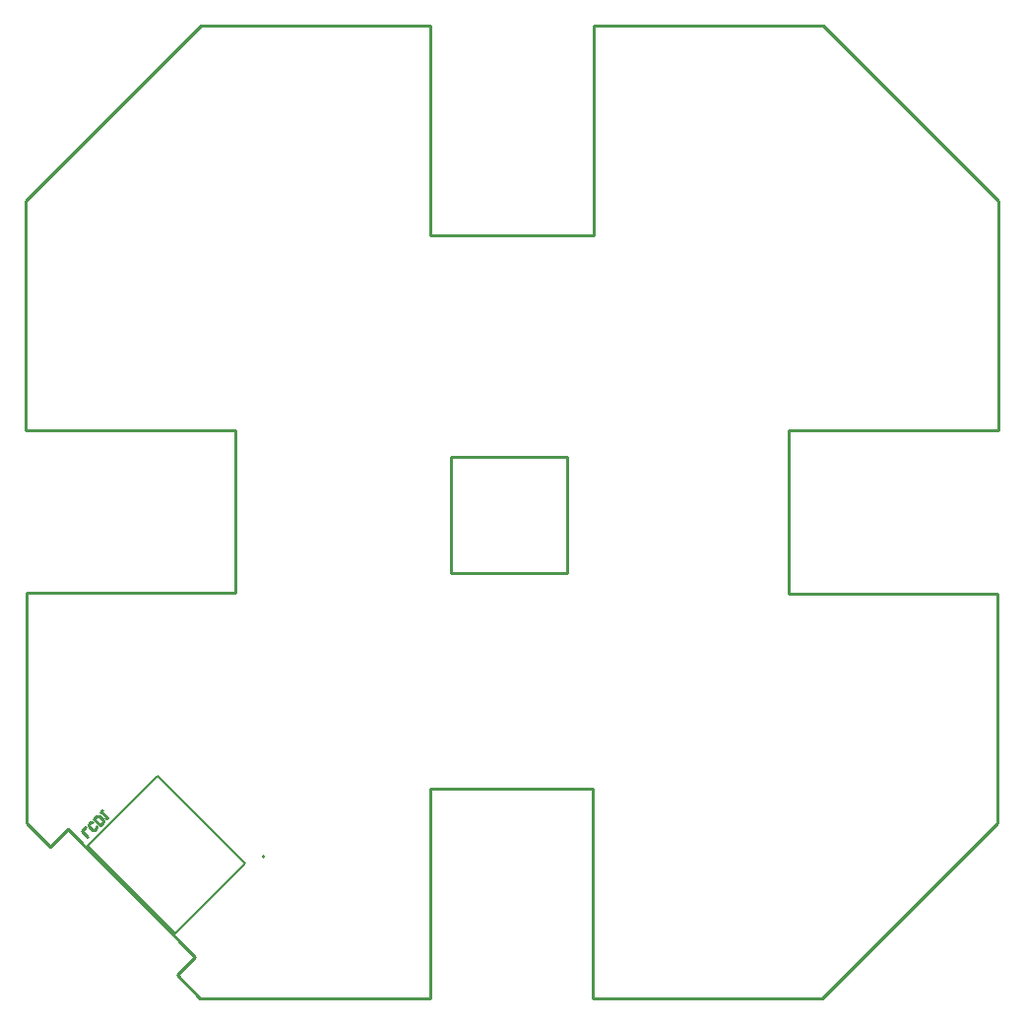
<source format=gbo>
G04*
G04 #@! TF.GenerationSoftware,Altium Limited,Altium Designer,21.8.1 (53)*
G04*
G04 Layer_Color=32896*
%FSLAX42Y42*%
%MOMM*%
G71*
G04*
G04 #@! TF.SameCoordinates,4C7B3126-2604-42B9-8956-4212446E7276*
G04*
G04*
G04 #@! TF.FilePolarity,Positive*
G04*
G01*
G75*
%ADD10C,0.20*%
%ADD14C,0.25*%
D10*
X2153Y1345D02*
G03*
X2153Y1345I-10J0D01*
G01*
X1235Y2038D02*
X1990Y1283D01*
X633Y1436D02*
X1388Y681D01*
X1990Y1283D01*
X633Y1436D02*
X1235Y2038D01*
D14*
X633Y1509D02*
X580Y1562D01*
X615Y1597D01*
X712Y1606D02*
Y1588D01*
X694Y1571D01*
X677D01*
X641Y1606D01*
Y1624D01*
X659Y1641D01*
X677D01*
X739Y1615D02*
X686Y1668D01*
X712Y1694D01*
X730D01*
X765Y1659D01*
Y1641D01*
X739Y1615D01*
Y1721D02*
X756Y1738D01*
X747Y1730D01*
X800Y1677D01*
X783D01*
X5725Y128D02*
X5727Y126D01*
X3756Y3782D02*
Y4782D01*
Y3782D02*
X4756D01*
Y4782D01*
X3756D02*
X4756D01*
X1401Y324D02*
X1598Y126D01*
X3577D01*
Y1926D01*
X4977D01*
X4977Y126D02*
X4977Y1926D01*
X4977Y126D02*
X6952D01*
X8457Y1632D01*
Y3607D01*
X6657D02*
X8457D01*
X6657D02*
Y5007D01*
X8463D01*
Y6982D01*
X6957Y8487D02*
X8463Y6982D01*
X6957Y8488D02*
X6957Y8487D01*
X4982Y8488D02*
X6957D01*
X4982Y6686D02*
Y8488D01*
X3582Y6686D02*
X4982D01*
X3582D02*
Y8488D01*
X1607D02*
X3582D01*
X101Y6983D02*
X1607Y8488D01*
X101Y5008D02*
Y6983D01*
Y5008D02*
X1906D01*
Y3608D02*
Y5008D01*
X106Y3608D02*
X1906D01*
X106Y1633D02*
Y3608D01*
Y1633D02*
X312Y1427D01*
X460Y1576D01*
X1556Y480D01*
X1401Y324D02*
X1556Y480D01*
M02*

</source>
